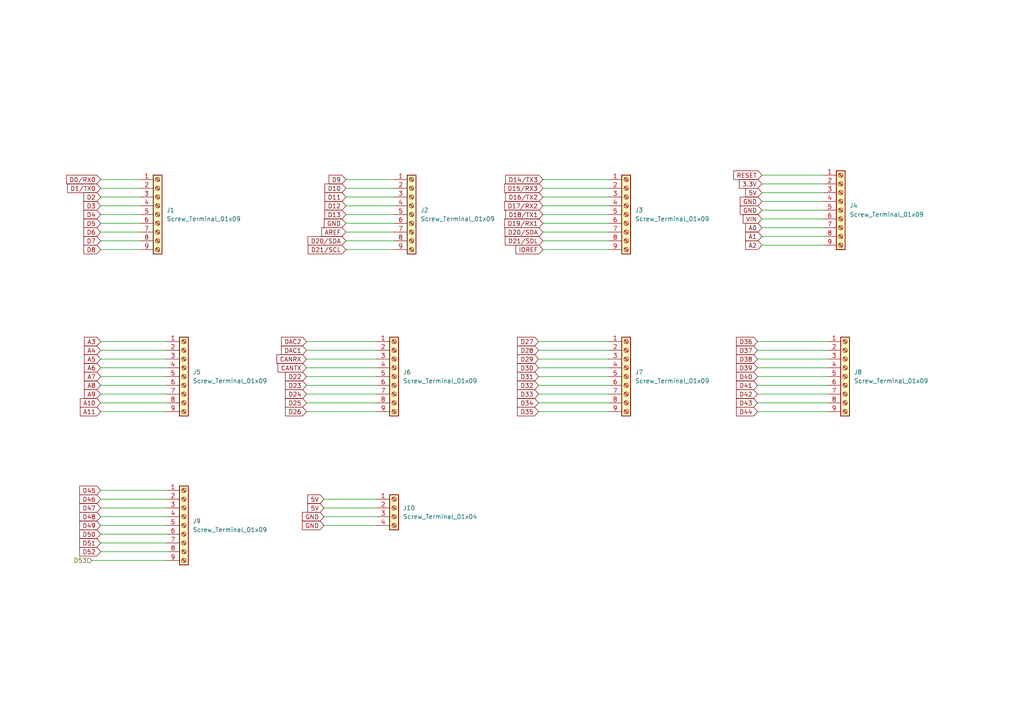
<source format=kicad_sch>
(kicad_sch (version 20230121) (generator eeschema)
  (paper "A4")
  (lib_symbols
    (symbol "Connector:Screw_Terminal_01x04" (pin_names (offset 1.016) hide)
      (property "Reference" "J" (at 0 5.08 0))
      (property "Value" "Screw_Terminal_01x04" (at 0 -7.62 0))
      (symbol "Screw_Terminal_01x04_1_1"
        (rectangle (start -1.27 3.81) (end 1.27 -6.35) (stroke (width 0.254)) (fill (type background)))
        (circle (center 0 -5.08) (radius 0.635) (stroke (width 0.1524)))
        (circle (center 0 -2.54) (radius 0.635) (stroke (width 0.1524)))
        (polyline (pts (xy -0.5334 -4.7498) (xy 0.3302 -5.588)) (stroke (width 0.1524)))
        (polyline (pts (xy -0.5334 -2.2098) (xy 0.3302 -3.048)) (stroke (width 0.1524)))
        (polyline (pts (xy -0.5334 0.3302) (xy 0.3302 -0.508)) (stroke (width 0.1524)))
        (polyline (pts (xy -0.5334 2.8702) (xy 0.3302 2.032)) (stroke (width 0.1524)))
        (polyline (pts (xy -0.3556 -4.572) (xy 0.508 -5.4102)) (stroke (width 0.1524)))
        (polyline (pts (xy -0.3556 -2.032) (xy 0.508 -2.8702)) (stroke (width 0.1524)))
        (polyline (pts (xy -0.3556 0.508) (xy 0.508 -0.3302)) (stroke (width 0.1524)))
        (polyline (pts (xy -0.3556 3.048) (xy 0.508 2.2098)) (stroke (width 0.1524)))
        (circle (center 0 0) (radius 0.635) (stroke (width 0.1524)))
        (circle (center 0 2.54) (radius 0.635) (stroke (width 0.1524)))
        (pin passive line (at -5.08 2.54 0) (length 3.81) (name "Pin_1") (number "1"))
        (pin passive line (at -5.08 0 0) (length 3.81) (name "Pin_2") (number "2"))
        (pin passive line (at -5.08 -2.54 0) (length 3.81) (name "Pin_3") (number "3"))
        (pin passive line (at -5.08 -5.08 0) (length 3.81) (name "Pin_4") (number "4"))
      )
    )
    (symbol "Connector:Screw_Terminal_01x09" (pin_names (offset 1.016) hide)
      (property "Reference" "J" (at 0 12.7 0))
      (property "Value" "Screw_Terminal_01x09" (at 0 -12.7 0))
      (symbol "Screw_Terminal_01x09_1_1"
        (rectangle (start -1.27 11.43) (end 1.27 -11.43) (stroke (width 0.254)) (fill (type background)))
        (circle (center 0 -10.16) (radius 0.635) (stroke (width 0.1524)))
        (circle (center 0 -7.62) (radius 0.635) (stroke (width 0.1524)))
        (circle (center 0 -5.08) (radius 0.635) (stroke (width 0.1524)))
        (circle (center 0 -2.54) (radius 0.635) (stroke (width 0.1524)))
        (polyline (pts (xy -0.5334 -9.8298) (xy 0.3302 -10.668)) (stroke (width 0.1524)))
        (polyline (pts (xy -0.5334 -7.2898) (xy 0.3302 -8.128)) (stroke (width 0.1524)))
        (polyline (pts (xy -0.5334 -4.7498) (xy 0.3302 -5.588)) (stroke (width 0.1524)))
        (polyline (pts (xy -0.5334 -2.2098) (xy 0.3302 -3.048)) (stroke (width 0.1524)))
        (polyline (pts (xy -0.5334 0.3302) (xy 0.3302 -0.508)) (stroke (width 0.1524)))
        (polyline (pts (xy -0.5334 2.8702) (xy 0.3302 2.032)) (stroke (width 0.1524)))
        (polyline (pts (xy -0.5334 5.4102) (xy 0.3302 4.572)) (stroke (width 0.1524)))
        (polyline (pts (xy -0.5334 7.9502) (xy 0.3302 7.112)) (stroke (width 0.1524)))
        (polyline (pts (xy -0.5334 10.4902) (xy 0.3302 9.652)) (stroke (width 0.1524)))
        (polyline (pts (xy -0.3556 -9.652) (xy 0.508 -10.4902)) (stroke (width 0.1524)))
        (polyline (pts (xy -0.3556 -7.112) (xy 0.508 -7.9502)) (stroke (width 0.1524)))
        (polyline (pts (xy -0.3556 -4.572) (xy 0.508 -5.4102)) (stroke (width 0.1524)))
        (polyline (pts (xy -0.3556 -2.032) (xy 0.508 -2.8702)) (stroke (width 0.1524)))
        (polyline (pts (xy -0.3556 0.508) (xy 0.508 -0.3302)) (stroke (width 0.1524)))
        (polyline (pts (xy -0.3556 3.048) (xy 0.508 2.2098)) (stroke (width 0.1524)))
        (polyline (pts (xy -0.3556 5.588) (xy 0.508 4.7498)) (stroke (width 0.1524)))
        (polyline (pts (xy -0.3556 8.128) (xy 0.508 7.2898)) (stroke (width 0.1524)))
        (polyline (pts (xy -0.3556 10.668) (xy 0.508 9.8298)) (stroke (width 0.1524)))
        (circle (center 0 0) (radius 0.635) (stroke (width 0.1524)))
        (circle (center 0 2.54) (radius 0.635) (stroke (width 0.1524)))
        (circle (center 0 5.08) (radius 0.635) (stroke (width 0.1524)))
        (circle (center 0 7.62) (radius 0.635) (stroke (width 0.1524)))
        (circle (center 0 10.16) (radius 0.635) (stroke (width 0.1524)))
        (pin passive line (at -5.08 10.16 0) (length 3.81) (name "Pin_1") (number "1"))
        (pin passive line (at -5.08 7.62 0) (length 3.81) (name "Pin_2") (number "2"))
        (pin passive line (at -5.08 5.08 0) (length 3.81) (name "Pin_3") (number "3"))
        (pin passive line (at -5.08 2.54 0) (length 3.81) (name "Pin_4") (number "4"))
        (pin passive line (at -5.08 0 0) (length 3.81) (name "Pin_5") (number "5"))
        (pin passive line (at -5.08 -2.54 0) (length 3.81) (name "Pin_6") (number "6"))
        (pin passive line (at -5.08 -5.08 0) (length 3.81) (name "Pin_7") (number "7"))
        (pin passive line (at -5.08 -7.62 0) (length 3.81) (name "Pin_8") (number "8"))
        (pin passive line (at -5.08 -10.16 0) (length 3.81) (name "Pin_9") (number "9"))
      )
    )
  )
  (wire (pts (xy 220.98 58.42) (xy 238.76 58.42)))
  (wire (pts (xy 156.21 106.68) (xy 176.53 106.68)))
  (wire (pts (xy 88.9 109.22) (xy 109.22 109.22)))
  (wire (pts (xy 100.33 54.61) (xy 114.3 54.61)))
  (wire (pts (xy 219.71 119.38) (xy 240.03 119.38)))
  (wire (pts (xy 29.21 52.07) (xy 40.64 52.07)))
  (wire (pts (xy 156.21 111.76) (xy 176.53 111.76)))
  (wire (pts (xy 100.33 64.77) (xy 114.3 64.77)))
  (wire (pts (xy 29.21 54.61) (xy 40.64 54.61)))
  (wire (pts (xy 157.48 72.39) (xy 176.53 72.39)))
  (wire (pts (xy 220.98 60.96) (xy 238.76 60.96)))
  (wire (pts (xy 100.33 69.85) (xy 114.3 69.85)))
  (wire (pts (xy 88.9 104.14) (xy 109.22 104.14)))
  (wire (pts (xy 219.71 111.76) (xy 240.03 111.76)))
  (wire (pts (xy 29.21 104.14) (xy 48.26 104.14)))
  (wire (pts (xy 219.71 104.14) (xy 240.03 104.14)))
  (wire (pts (xy 29.21 114.3) (xy 48.26 114.3)))
  (wire (pts (xy 156.21 104.14) (xy 176.53 104.14)))
  (wire (pts (xy 157.48 64.77) (xy 176.53 64.77)))
  (wire (pts (xy 220.98 50.8) (xy 238.76 50.8)))
  (wire (pts (xy 29.21 64.77) (xy 40.64 64.77)))
  (wire (pts (xy 29.21 69.85) (xy 40.64 69.85)))
  (wire (pts (xy 29.21 111.76) (xy 48.26 111.76)))
  (wire (pts (xy 93.98 152.4) (xy 109.22 152.4)))
  (wire (pts (xy 88.9 114.3) (xy 109.22 114.3)))
  (wire (pts (xy 156.21 101.6) (xy 176.53 101.6)))
  (wire (pts (xy 100.33 57.15) (xy 114.3 57.15)))
  (wire (pts (xy 157.48 54.61) (xy 176.53 54.61)))
  (wire (pts (xy 29.21 116.84) (xy 48.26 116.84)))
  (wire (pts (xy 157.48 69.85) (xy 176.53 69.85)))
  (wire (pts (xy 29.21 99.06) (xy 48.26 99.06)))
  (wire (pts (xy 93.98 149.86) (xy 109.22 149.86)))
  (wire (pts (xy 93.98 147.32) (xy 109.22 147.32)))
  (wire (pts (xy 29.21 59.69) (xy 40.64 59.69)))
  (wire (pts (xy 157.48 62.23) (xy 176.53 62.23)))
  (wire (pts (xy 100.33 62.23) (xy 114.3 62.23)))
  (wire (pts (xy 219.71 99.06) (xy 240.03 99.06)))
  (wire (pts (xy 88.9 101.6) (xy 109.22 101.6)))
  (wire (pts (xy 29.21 160.02) (xy 48.26 160.02)))
  (wire (pts (xy 88.9 106.68) (xy 109.22 106.68)))
  (wire (pts (xy 29.21 67.31) (xy 40.64 67.31)))
  (wire (pts (xy 219.71 116.84) (xy 240.03 116.84)))
  (wire (pts (xy 29.21 157.48) (xy 48.26 157.48)))
  (wire (pts (xy 100.33 67.31) (xy 114.3 67.31)))
  (wire (pts (xy 157.48 59.69) (xy 176.53 59.69)))
  (wire (pts (xy 29.21 149.86) (xy 48.26 149.86)))
  (wire (pts (xy 157.48 57.15) (xy 176.53 57.15)))
  (wire (pts (xy 156.21 114.3) (xy 176.53 114.3)))
  (wire (pts (xy 88.9 111.76) (xy 109.22 111.76)))
  (wire (pts (xy 88.9 119.38) (xy 109.22 119.38)))
  (wire (pts (xy 29.21 144.78) (xy 48.26 144.78)))
  (wire (pts (xy 220.98 55.88) (xy 238.76 55.88)))
  (wire (pts (xy 29.21 147.32) (xy 48.26 147.32)))
  (wire (pts (xy 219.71 109.22) (xy 240.03 109.22)))
  (wire (pts (xy 156.21 109.22) (xy 176.53 109.22)))
  (wire (pts (xy 220.98 63.5) (xy 238.76 63.5)))
  (wire (pts (xy 93.98 144.78) (xy 109.22 144.78)))
  (wire (pts (xy 156.21 99.06) (xy 176.53 99.06)))
  (wire (pts (xy 220.98 53.34) (xy 238.76 53.34)))
  (wire (pts (xy 88.9 116.84) (xy 109.22 116.84)))
  (wire (pts (xy 29.21 154.94) (xy 48.26 154.94)))
  (wire (pts (xy 29.21 101.6) (xy 48.26 101.6)))
  (wire (pts (xy 29.21 109.22) (xy 48.26 109.22)))
  (wire (pts (xy 157.48 67.31) (xy 176.53 67.31)))
  (wire (pts (xy 156.21 119.38) (xy 176.53 119.38)))
  (wire (pts (xy 220.98 68.58) (xy 238.76 68.58)))
  (wire (pts (xy 100.33 72.39) (xy 114.3 72.39)))
  (wire (pts (xy 156.21 116.84) (xy 176.53 116.84)))
  (wire (pts (xy 219.71 106.68) (xy 240.03 106.68)))
  (wire (pts (xy 100.33 52.07) (xy 114.3 52.07)))
  (wire (pts (xy 100.33 59.69) (xy 114.3 59.69)))
  (wire (pts (xy 88.9 99.06) (xy 109.22 99.06)))
  (wire (pts (xy 29.21 119.38) (xy 48.26 119.38)))
  (wire (pts (xy 157.48 52.07) (xy 176.53 52.07)))
  (wire (pts (xy 29.21 152.4) (xy 48.26 152.4)))
  (wire (pts (xy 220.98 71.12) (xy 238.76 71.12)))
  (wire (pts (xy 26.67 162.56) (xy 48.26 162.56)))
  (wire (pts (xy 29.21 106.68) (xy 48.26 106.68)))
  (wire (pts (xy 29.21 57.15) (xy 40.64 57.15)))
  (wire (pts (xy 29.21 62.23) (xy 40.64 62.23)))
  (wire (pts (xy 220.98 66.04) (xy 238.76 66.04)))
  (wire (pts (xy 29.21 72.39) (xy 40.64 72.39)))
  (wire (pts (xy 219.71 114.3) (xy 240.03 114.3)))
  (wire (pts (xy 29.21 142.24) (xy 48.26 142.24)))
  (wire (pts (xy 219.71 101.6) (xy 240.03 101.6)))
  (global_label "D38" (shape input) (at 219.71 104.14 180) (property "Intersheetrefs" "${INTERSHEET_REFS}" (effects hide)))
  (global_label "D47" (shape input) (at 29.21 147.32 180) (property "Intersheetrefs" "${INTERSHEET_REFS}" (effects hide)))
  (global_label "A6" (shape input) (at 29.21 106.68 180) (property "Intersheetrefs" "${INTERSHEET_REFS}" (effects hide)))
  (global_label "GND" (shape input) (at 93.98 152.4 180) (property "Intersheetrefs" "${INTERSHEET_REFS}" (effects hide)))
  (global_label "D37" (shape input) (at 219.71 101.6 180) (property "Intersheetrefs" "${INTERSHEET_REFS}" (effects hide)))
  (global_label "D43" (shape input) (at 219.71 116.84 180) (property "Intersheetrefs" "${INTERSHEET_REFS}" (effects hide)))
  (global_label "D39" (shape input) (at 219.71 106.68 180) (property "Intersheetrefs" "${INTERSHEET_REFS}" (effects hide)))
  (global_label "DAC1" (shape input) (at 88.9 101.6 180) (property "Intersheetrefs" "${INTERSHEET_REFS}" (effects hide)))
  (global_label "D41" (shape input) (at 219.71 111.76 180) (property "Intersheetrefs" "${INTERSHEET_REFS}" (effects hide)))
  (global_label "D4" (shape input) (at 29.21 62.23 180) (property "Intersheetrefs" "${INTERSHEET_REFS}" (effects hide)))
  (global_label "A4" (shape input) (at 29.21 101.6 180) (property "Intersheetrefs" "${INTERSHEET_REFS}" (effects hide)))
  (global_label "D22" (shape input) (at 88.9 109.22 180) (property "Intersheetrefs" "${INTERSHEET_REFS}" (effects hide)))
  (global_label "D12" (shape input) (at 100.33 59.69 180) (property "Intersheetrefs" "${INTERSHEET_REFS}" (effects hide)))
  (global_label "A2" (shape input) (at 220.98 71.12 180) (property "Intersheetrefs" "${INTERSHEET_REFS}" (effects hide)))
  (global_label "D19{slash}RX1" (shape input) (at 157.48 64.77 180) (property "Intersheetrefs" "${INTERSHEET_REFS}" (effects hide)))
  (global_label "D51" (shape input) (at 29.21 157.48 180) (property "Intersheetrefs" "${INTERSHEET_REFS}" (effects hide)))
  (global_label "D11" (shape input) (at 100.33 57.15 180) (property "Intersheetrefs" "${INTERSHEET_REFS}" (effects hide)))
  (global_label "RESET" (shape input) (at 220.98 50.8 180) (property "Intersheetrefs" "${INTERSHEET_REFS}" (effects hide)))
  (global_label "D31" (shape input) (at 156.21 109.22 180) (property "Intersheetrefs" "${INTERSHEET_REFS}" (effects hide)))
  (global_label "D7" (shape input) (at 29.21 69.85 180) (property "Intersheetrefs" "${INTERSHEET_REFS}" (effects hide)))
  (global_label "D45" (shape input) (at 29.21 142.24 180) (property "Intersheetrefs" "${INTERSHEET_REFS}" (effects hide)))
  (global_label "D49" (shape input) (at 29.21 152.4 180) (property "Intersheetrefs" "${INTERSHEET_REFS}" (effects hide)))
  (global_label "D0{slash}RX0" (shape input) (at 29.21 52.07 180) (property "Intersheetrefs" "${INTERSHEET_REFS}" (effects hide)))
  (global_label "D14{slash}TX3" (shape input) (at 157.48 52.07 180) (property "Intersheetrefs" "${INTERSHEET_REFS}" (effects hide)))
  (global_label "5V" (shape input) (at 220.98 55.88 180) (property "Intersheetrefs" "${INTERSHEET_REFS}" (effects hide)))
  (global_label "D44" (shape input) (at 219.71 119.38 180) (property "Intersheetrefs" "${INTERSHEET_REFS}" (effects hide)))
  (global_label "D35" (shape input) (at 156.21 119.38 180) (property "Intersheetrefs" "${INTERSHEET_REFS}" (effects hide)))
  (global_label "A5" (shape input) (at 29.21 104.14 180) (property "Intersheetrefs" "${INTERSHEET_REFS}" (effects hide)))
  (global_label "A3" (shape input) (at 29.21 99.06 180) (property "Intersheetrefs" "${INTERSHEET_REFS}" (effects hide)))
  (global_label "GND" (shape input) (at 220.98 58.42 180) (property "Intersheetrefs" "${INTERSHEET_REFS}" (effects hide)))
  (global_label "D50" (shape input) (at 29.21 154.94 180) (property "Intersheetrefs" "${INTERSHEET_REFS}" (effects hide)))
  (global_label "A8" (shape input) (at 29.21 111.76 180) (property "Intersheetrefs" "${INTERSHEET_REFS}" (effects hide)))
  (global_label "D29" (shape input) (at 156.21 104.14 180) (property "Intersheetrefs" "${INTERSHEET_REFS}" (effects hide)))
  (global_label "D28" (shape input) (at 156.21 101.6 180) (property "Intersheetrefs" "${INTERSHEET_REFS}" (effects hide)))
  (global_label "D33" (shape input) (at 156.21 114.3 180) (property "Intersheetrefs" "${INTERSHEET_REFS}" (effects hide)))
  (global_label "D23" (shape input) (at 88.9 111.76 180) (property "Intersheetrefs" "${INTERSHEET_REFS}" (effects hide)))
  (global_label "A7" (shape input) (at 29.21 109.22 180) (property "Intersheetrefs" "${INTERSHEET_REFS}" (effects hide)))
  (global_label "D9" (shape input) (at 100.33 52.07 180) (property "Intersheetrefs" "${INTERSHEET_REFS}" (effects hide)))
  (global_label "D10" (shape input) (at 100.33 54.61 180) (property "Intersheetrefs" "${INTERSHEET_REFS}" (effects hide)))
  (global_label "A0" (shape input) (at 220.98 66.04 180) (property "Intersheetrefs" "${INTERSHEET_REFS}" (effects hide)))
  (global_label "A9" (shape input) (at 29.21 114.3 180) (property "Intersheetrefs" "${INTERSHEET_REFS}" (effects hide)))
  (global_label "D18{slash}TX1" (shape input) (at 157.48 62.23 180) (property "Intersheetrefs" "${INTERSHEET_REFS}" (effects hide)))
  (global_label "D26" (shape input) (at 88.9 119.38 180) (property "Intersheetrefs" "${INTERSHEET_REFS}" (effects hide)))
  (global_label "D24" (shape input) (at 88.9 114.3 180) (property "Intersheetrefs" "${INTERSHEET_REFS}" (effects hide)))
  (global_label "D1{slash}TX0" (shape input) (at 29.21 54.61 180) (property "Intersheetrefs" "${INTERSHEET_REFS}" (effects hide)))
  (global_label "A10" (shape input) (at 29.21 116.84 180) (property "Intersheetrefs" "${INTERSHEET_REFS}" (effects hide)))
  (global_label "D3" (shape input) (at 29.21 59.69 180) (property "Intersheetrefs" "${INTERSHEET_REFS}" (effects hide)))
  (global_label "D40" (shape input) (at 219.71 109.22 180) (property "Intersheetrefs" "${INTERSHEET_REFS}" (effects hide)))
  (global_label "D20{slash}SDA" (shape input) (at 100.33 69.85 180) (property "Intersheetrefs" "${INTERSHEET_REFS}" (effects hide)))
  (global_label "CANRX" (shape input) (at 88.9 104.14 180) (property "Intersheetrefs" "${INTERSHEET_REFS}" (effects hide)))
  (global_label "GND" (shape input) (at 100.33 64.77 180) (property "Intersheetrefs" "${INTERSHEET_REFS}" (effects hide)))
  (global_label "D36" (shape input) (at 219.71 99.06 180) (property "Intersheetrefs" "${INTERSHEET_REFS}" (effects hide)))
  (global_label "D5" (shape input) (at 29.21 64.77 180) (property "Intersheetrefs" "${INTERSHEET_REFS}" (effects hide)))
  (global_label "D46" (shape input) (at 29.21 144.78 180) (property "Intersheetrefs" "${INTERSHEET_REFS}" (effects hide)))
  (global_label "DAC2" (shape input) (at 88.9 99.06 180) (property "Intersheetrefs" "${INTERSHEET_REFS}" (effects hide)))
  (global_label "D20{slash}SDA" (shape input) (at 157.48 67.31 180) (property "Intersheetrefs" "${INTERSHEET_REFS}" (effects hide)))
  (global_label "IOREF" (shape input) (at 157.48 72.39 180) (property "Intersheetrefs" "${INTERSHEET_REFS}" (effects hide)))
  (global_label "5V" (shape input) (at 93.98 147.32 180) (property "Intersheetrefs" "${INTERSHEET_REFS}" (effects hide)))
  (global_label "D21{slash}SCL" (shape input) (at 100.33 72.39 180) (property "Intersheetrefs" "${INTERSHEET_REFS}" (effects hide)))
  (global_label "AREF" (shape input) (at 100.33 67.31 180) (property "Intersheetrefs" "${INTERSHEET_REFS}" (effects hide)))
  (global_label "D32" (shape input) (at 156.21 111.76 180) (property "Intersheetrefs" "${INTERSHEET_REFS}" (effects hide)))
  (global_label "D25" (shape input) (at 88.9 116.84 180) (property "Intersheetrefs" "${INTERSHEET_REFS}" (effects hide)))
  (global_label "D42" (shape input) (at 219.71 114.3 180) (property "Intersheetrefs" "${INTERSHEET_REFS}" (effects hide)))
  (global_label "A1" (shape input) (at 220.98 68.58 180) (property "Intersheetrefs" "${INTERSHEET_REFS}" (effects hide)))
  (global_label "GND" (shape input) (at 220.98 60.96 180) (property "Intersheetrefs" "${INTERSHEET_REFS}" (effects hide)))
  (global_label "D2" (shape input) (at 29.21 57.15 180) (property "Intersheetrefs" "${INTERSHEET_REFS}" (effects hide)))
  (global_label "D17{slash}RX2" (shape input) (at 157.48 59.69 180) (property "Intersheetrefs" "${INTERSHEET_REFS}" (effects hide)))
  (global_label "D6" (shape input) (at 29.21 67.31 180) (property "Intersheetrefs" "${INTERSHEET_REFS}" (effects hide)))
  (global_label "D52" (shape input) (at 29.21 160.02 180) (property "Intersheetrefs" "${INTERSHEET_REFS}" (effects hide)))
  (global_label "D8" (shape input) (at 29.21 72.39 180) (property "Intersheetrefs" "${INTERSHEET_REFS}" (effects hide)))
  (global_label "D27" (shape input) (at 156.21 99.06 180) (property "Intersheetrefs" "${INTERSHEET_REFS}" (effects hide)))
  (global_label "D13" (shape input) (at 100.33 62.23 180) (property "Intersheetrefs" "${INTERSHEET_REFS}" (effects hide)))
  (global_label "VIN" (shape input) (at 220.98 63.5 180) (property "Intersheetrefs" "${INTERSHEET_REFS}" (effects hide)))
  (global_label "D48" (shape input) (at 29.21 149.86 180) (property "Intersheetrefs" "${INTERSHEET_REFS}" (effects hide)))
  (global_label "5V" (shape input) (at 93.98 144.78 180) (property "Intersheetrefs" "${INTERSHEET_REFS}" (effects hide)))
  (global_label "D15{slash}RX3" (shape input) (at 157.48 54.61 180) (property "Intersheetrefs" "${INTERSHEET_REFS}" (effects hide)))
  (global_label "D16{slash}TX2" (shape input) (at 157.48 57.15 180) (property "Intersheetrefs" "${INTERSHEET_REFS}" (effects hide)))
  (global_label "D34" (shape input) (at 156.21 116.84 180) (property "Intersheetrefs" "${INTERSHEET_REFS}" (effects hide)))
  (global_label "A11" (shape input) (at 29.21 119.38 180) (property "Intersheetrefs" "${INTERSHEET_REFS}" (effects hide)))
  (global_label "3.3V" (shape input) (at 220.98 53.34 180) (property "Intersheetrefs" "${INTERSHEET_REFS}" (effects hide)))
  (global_label "D21{slash}SDL" (shape input) (at 157.48 69.85 180) (property "Intersheetrefs" "${INTERSHEET_REFS}" (effects hide)))
  (global_label "CANTX" (shape input) (at 88.9 106.68 180) (property "Intersheetrefs" "${INTERSHEET_REFS}" (effects hide)))
  (global_label "D30" (shape input) (at 156.21 106.68 180) (property "Intersheetrefs" "${INTERSHEET_REFS}" (effects hide)))
  (global_label "GND" (shape input) (at 93.98 149.86 180) (property "Intersheetrefs" "${INTERSHEET_REFS}" (effects hide)))
  (hierarchical_label "D53" (shape input) (at 26.67 162.56 180))
  (symbol (lib_id "Connector:Screw_Terminal_01x09") (at 119.38 62.23 0) (unit 1)
    (property "Reference" "J2" (at 121.92 60.96 0) (effects (justify left)))
    (property "Value" "Screw_Terminal_01x09" (at 121.92 63.5 0) (effects (justify left)))
  )
  (symbol (lib_id "Connector:Screw_Terminal_01x09") (at 45.72 62.23 0) (unit 1)
    (property "Reference" "J1" (at 48.26 60.96 0) (effects (justify left)))
    (property "Value" "Screw_Terminal_01x09" (at 48.26 63.5 0) (effects (justify left)))
  )
  (symbol (lib_id "Connector:Screw_Terminal_01x09") (at 181.61 62.23 0) (unit 1)
    (property "Reference" "J3" (at 184.15 60.96 0) (effects (justify left)))
    (property "Value" "Screw_Terminal_01x09" (at 184.15 63.5 0) (effects (justify left)))
  )
  (symbol (lib_id "Connector:Screw_Terminal_01x09") (at 243.84 60.96 0) (unit 1)
    (property "Reference" "J4" (at 246.38 59.69 0) (effects (justify left)))
    (property "Value" "Screw_Terminal_01x09" (at 246.38 62.23 0) (effects (justify left)))
  )
  (symbol (lib_id "Connector:Screw_Terminal_01x09") (at 181.61 109.22 0) (unit 1)
    (property "Reference" "J7" (at 184.15 107.95 0) (effects (justify left)))
    (property "Value" "Screw_Terminal_01x09" (at 184.15 110.49 0) (effects (justify left)))
  )
  (symbol (lib_id "Connector:Screw_Terminal_01x09") (at 114.3 109.22 0) (unit 1)
    (property "Reference" "J6" (at 116.84 107.95 0) (effects (justify left)))
    (property "Value" "Screw_Terminal_01x09" (at 116.84 110.49 0) (effects (justify left)))
  )
  (symbol (lib_id "Connector:Screw_Terminal_01x04") (at 114.3 147.32 0) (unit 1)
    (property "Reference" "J10" (at 116.84 147.32 0) (effects (justify left)))
    (property "Value" "Screw_Terminal_01x04" (at 116.84 149.86 0) (effects (justify left)))
  )
  (symbol (lib_id "Connector:Screw_Terminal_01x09") (at 53.34 109.22 0) (unit 1)
    (property "Reference" "J5" (at 55.88 107.95 0) (effects (justify left)))
    (property "Value" "Screw_Terminal_01x09" (at 55.88 110.49 0) (effects (justify left)))
  )
  (symbol (lib_id "Connector:Screw_Terminal_01x09") (at 53.34 152.4 0) (unit 1)
    (property "Reference" "J9" (at 55.88 151.13 0) (effects (justify left)))
    (property "Value" "Screw_Terminal_01x09" (at 55.88 153.67 0) (effects (justify left)))
  )
  (symbol (lib_id "Connector:Screw_Terminal_01x09") (at 245.11 109.22 0) (unit 1)
    (property "Reference" "J8" (at 247.65 107.95 0) (effects (justify left)))
    (property "Value" "Screw_Terminal_01x09" (at 247.65 110.49 0) (effects (justify left)))
  )
)
</source>
